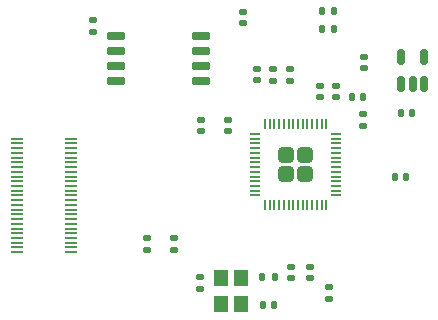
<source format=gtp>
G04 #@! TF.GenerationSoftware,KiCad,Pcbnew,8.0.4*
G04 #@! TF.CreationDate,2024-07-21T22:14:28+02:00*
G04 #@! TF.ProjectId,koyomi-keyboard-adapter,6b6f796f-6d69-42d6-9b65-79626f617264,rev?*
G04 #@! TF.SameCoordinates,Original*
G04 #@! TF.FileFunction,Paste,Top*
G04 #@! TF.FilePolarity,Positive*
%FSLAX46Y46*%
G04 Gerber Fmt 4.6, Leading zero omitted, Abs format (unit mm)*
G04 Created by KiCad (PCBNEW 8.0.4) date 2024-07-21 22:14:28*
%MOMM*%
%LPD*%
G01*
G04 APERTURE LIST*
G04 Aperture macros list*
%AMRoundRect*
0 Rectangle with rounded corners*
0 $1 Rounding radius*
0 $2 $3 $4 $5 $6 $7 $8 $9 X,Y pos of 4 corners*
0 Add a 4 corners polygon primitive as box body*
4,1,4,$2,$3,$4,$5,$6,$7,$8,$9,$2,$3,0*
0 Add four circle primitives for the rounded corners*
1,1,$1+$1,$2,$3*
1,1,$1+$1,$4,$5*
1,1,$1+$1,$6,$7*
1,1,$1+$1,$8,$9*
0 Add four rect primitives between the rounded corners*
20,1,$1+$1,$2,$3,$4,$5,0*
20,1,$1+$1,$4,$5,$6,$7,0*
20,1,$1+$1,$6,$7,$8,$9,0*
20,1,$1+$1,$8,$9,$2,$3,0*%
G04 Aperture macros list end*
%ADD10RoundRect,0.140000X0.170000X-0.140000X0.170000X0.140000X-0.170000X0.140000X-0.170000X-0.140000X0*%
%ADD11RoundRect,0.150000X0.150000X-0.512500X0.150000X0.512500X-0.150000X0.512500X-0.150000X-0.512500X0*%
%ADD12RoundRect,0.135000X-0.185000X0.135000X-0.185000X-0.135000X0.185000X-0.135000X0.185000X0.135000X0*%
%ADD13RoundRect,0.249999X-0.395001X-0.395001X0.395001X-0.395001X0.395001X0.395001X-0.395001X0.395001X0*%
%ADD14RoundRect,0.050000X-0.387500X-0.050000X0.387500X-0.050000X0.387500X0.050000X-0.387500X0.050000X0*%
%ADD15RoundRect,0.050000X-0.050000X-0.387500X0.050000X-0.387500X0.050000X0.387500X-0.050000X0.387500X0*%
%ADD16RoundRect,0.140000X-0.140000X-0.170000X0.140000X-0.170000X0.140000X0.170000X-0.140000X0.170000X0*%
%ADD17R,1.200000X1.400000*%
%ADD18RoundRect,0.140000X-0.170000X0.140000X-0.170000X-0.140000X0.170000X-0.140000X0.170000X0.140000X0*%
%ADD19RoundRect,0.135000X-0.135000X-0.185000X0.135000X-0.185000X0.135000X0.185000X-0.135000X0.185000X0*%
%ADD20RoundRect,0.150000X-0.650000X-0.150000X0.650000X-0.150000X0.650000X0.150000X-0.650000X0.150000X0*%
%ADD21R,1.100000X0.200000*%
%ADD22RoundRect,0.135000X0.185000X-0.135000X0.185000X0.135000X-0.185000X0.135000X-0.185000X-0.135000X0*%
G04 APERTURE END LIST*
D10*
X41900000Y-20880000D03*
X41900000Y-19920000D03*
X39300000Y-16000000D03*
X39300000Y-15040000D03*
D11*
X52750000Y-21137500D03*
X53700000Y-21137500D03*
X54650000Y-21137500D03*
X54650000Y-18862500D03*
X52750000Y-18862500D03*
D12*
X26600000Y-15780000D03*
X26600000Y-16800000D03*
D13*
X43000000Y-27200000D03*
X43000000Y-28800000D03*
X44600000Y-27200000D03*
X44600000Y-28800000D03*
D14*
X40362500Y-25400000D03*
X40362500Y-25800000D03*
X40362500Y-26200000D03*
X40362500Y-26600000D03*
X40362500Y-27000000D03*
X40362500Y-27400000D03*
X40362500Y-27800000D03*
X40362500Y-28200000D03*
X40362500Y-28600000D03*
X40362500Y-29000000D03*
X40362500Y-29400000D03*
X40362500Y-29800000D03*
X40362500Y-30200000D03*
X40362500Y-30600000D03*
D15*
X41200000Y-31437500D03*
X41600000Y-31437500D03*
X42000000Y-31437500D03*
X42400000Y-31437500D03*
X42800000Y-31437500D03*
X43200000Y-31437500D03*
X43600000Y-31437500D03*
X44000000Y-31437500D03*
X44400000Y-31437500D03*
X44800000Y-31437500D03*
X45200000Y-31437500D03*
X45600000Y-31437500D03*
X46000000Y-31437500D03*
X46400000Y-31437500D03*
D14*
X47237500Y-30600000D03*
X47237500Y-30200000D03*
X47237500Y-29800000D03*
X47237500Y-29400000D03*
X47237500Y-29000000D03*
X47237500Y-28600000D03*
X47237500Y-28200000D03*
X47237500Y-27800000D03*
X47237500Y-27400000D03*
X47237500Y-27000000D03*
X47237500Y-26600000D03*
X47237500Y-26200000D03*
X47237500Y-25800000D03*
X47237500Y-25400000D03*
D15*
X46400000Y-24562500D03*
X46000000Y-24562500D03*
X45600000Y-24562500D03*
X45200000Y-24562500D03*
X44800000Y-24562500D03*
X44400000Y-24562500D03*
X44000000Y-24562500D03*
X43600000Y-24562500D03*
X43200000Y-24562500D03*
X42800000Y-24562500D03*
X42400000Y-24562500D03*
X42000000Y-24562500D03*
X41600000Y-24562500D03*
X41200000Y-24562500D03*
D10*
X45900000Y-22280000D03*
X45900000Y-21320000D03*
D16*
X48540000Y-22270000D03*
X49500000Y-22270000D03*
D17*
X37500000Y-37600000D03*
X37500000Y-39800000D03*
X39200000Y-39800000D03*
X39200000Y-37600000D03*
D10*
X47200000Y-22300000D03*
X47200000Y-21340000D03*
X40500000Y-20860000D03*
X40500000Y-19900000D03*
X38100000Y-25180000D03*
X38100000Y-24220000D03*
D16*
X52720000Y-23600000D03*
X53680000Y-23600000D03*
D18*
X45000000Y-36620000D03*
X45000000Y-37580000D03*
D12*
X46600000Y-38390000D03*
X46600000Y-39410000D03*
D19*
X45990000Y-15000000D03*
X47010000Y-15000000D03*
D18*
X49600000Y-18870000D03*
X49600000Y-19830000D03*
D20*
X28600000Y-17095000D03*
X28600000Y-18365000D03*
X28600000Y-19635000D03*
X28600000Y-20905000D03*
X35800000Y-20905000D03*
X35800000Y-19635000D03*
X35800000Y-18365000D03*
X35800000Y-17095000D03*
D10*
X43300000Y-20880000D03*
X43300000Y-19920000D03*
D16*
X52220000Y-29000000D03*
X53180000Y-29000000D03*
D21*
X24799900Y-25800000D03*
X20199900Y-25800000D03*
X24800000Y-26200100D03*
X20199800Y-26200100D03*
X24800000Y-26599900D03*
X20199800Y-26600100D03*
X24800000Y-26999900D03*
X20199800Y-27000200D03*
X24800000Y-27400000D03*
X20199800Y-27400200D03*
X24800000Y-27800000D03*
X20199800Y-27800000D03*
X24800000Y-28200100D03*
X20199800Y-28200100D03*
X24800000Y-28599800D03*
X20199800Y-28600100D03*
X24800000Y-28999900D03*
X20199800Y-29000200D03*
X24800000Y-29400000D03*
X20199800Y-29400200D03*
X24800000Y-29800000D03*
X20199800Y-29800000D03*
X24800000Y-30199800D03*
X20199800Y-30200100D03*
X24800000Y-30599800D03*
X20199800Y-30600100D03*
X24800000Y-30999900D03*
X20199800Y-31000100D03*
X24800000Y-31399900D03*
X20199800Y-31399900D03*
X24800000Y-31800000D03*
X20199800Y-31800000D03*
X24800000Y-32200000D03*
X20199800Y-32200000D03*
X24800000Y-32600100D03*
X20199800Y-32600100D03*
X24800000Y-33000100D03*
X20199800Y-33000100D03*
X24800000Y-33400200D03*
X20199800Y-33400200D03*
X24800000Y-33800000D03*
X20199800Y-33800200D03*
X24800000Y-34200000D03*
X20199800Y-34200000D03*
X24800000Y-34600100D03*
X20199800Y-34600100D03*
X24800000Y-35000100D03*
X20199800Y-35000100D03*
X24799900Y-35400000D03*
X20199800Y-35400000D03*
D19*
X45990000Y-16500000D03*
X47010000Y-16500000D03*
D10*
X49500000Y-24680000D03*
X49500000Y-23720000D03*
X35800000Y-25180000D03*
X35800000Y-24220000D03*
D12*
X31200000Y-34190000D03*
X31200000Y-35210000D03*
D18*
X43400000Y-36620000D03*
X43400000Y-37580000D03*
X35700000Y-37520000D03*
X35700000Y-38480000D03*
D19*
X40990000Y-37500000D03*
X42010000Y-37500000D03*
D22*
X33500000Y-35210000D03*
X33500000Y-34190000D03*
D16*
X41020000Y-39900000D03*
X41980000Y-39900000D03*
M02*

</source>
